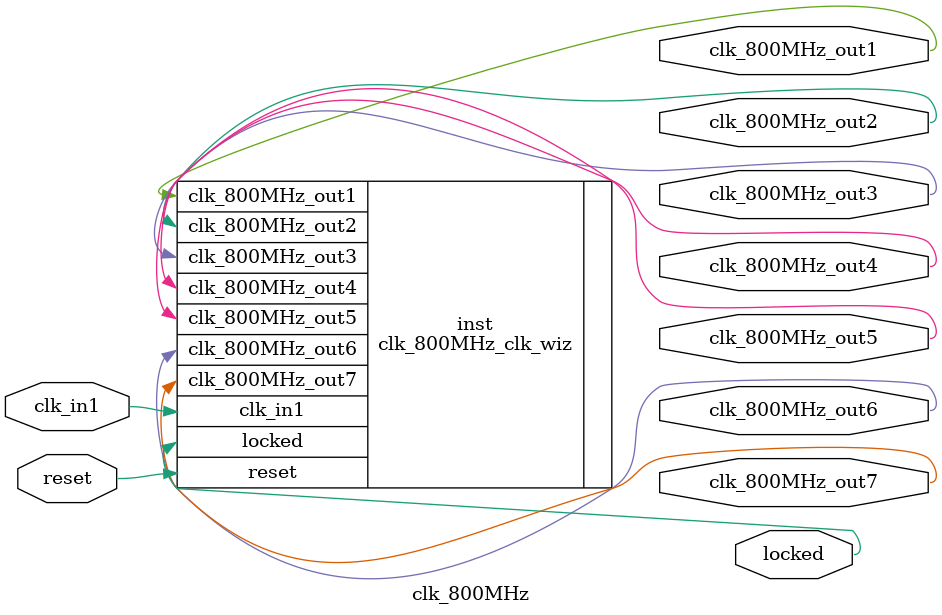
<source format=v>


`timescale 1ps/1ps

(* CORE_GENERATION_INFO = "clk_800MHz,clk_wiz_v5_4_2_0,{component_name=clk_800MHz,use_phase_alignment=false,use_min_o_jitter=false,use_max_i_jitter=false,use_dyn_phase_shift=false,use_inclk_switchover=false,use_dyn_reconfig=false,enable_axi=0,feedback_source=FDBK_AUTO,PRIMITIVE=MMCM,num_out_clk=7,clkin1_period=10.000,clkin2_period=10.000,use_power_down=false,use_reset=true,use_locked=true,use_inclk_stopped=false,feedback_type=SINGLE,CLOCK_MGR_TYPE=NA,manual_override=false}" *)

module clk_800MHz 
 (
  // Clock out ports
  output        clk_800MHz_out1,
  output        clk_800MHz_out2,
  output        clk_800MHz_out3,
  output        clk_800MHz_out4,
  output        clk_800MHz_out5,
  output        clk_800MHz_out6,
  output        clk_800MHz_out7,
  // Status and control signals
  input         reset,
  output        locked,
 // Clock in ports
  input         clk_in1
 );

  clk_800MHz_clk_wiz inst
  (
  // Clock out ports  
  .clk_800MHz_out1(clk_800MHz_out1),
  .clk_800MHz_out2(clk_800MHz_out2),
  .clk_800MHz_out3(clk_800MHz_out3),
  .clk_800MHz_out4(clk_800MHz_out4),
  .clk_800MHz_out5(clk_800MHz_out5),
  .clk_800MHz_out6(clk_800MHz_out6),
  .clk_800MHz_out7(clk_800MHz_out7),
  // Status and control signals               
  .reset(reset), 
  .locked(locked),
 // Clock in ports
  .clk_in1(clk_in1)
  );

endmodule

</source>
